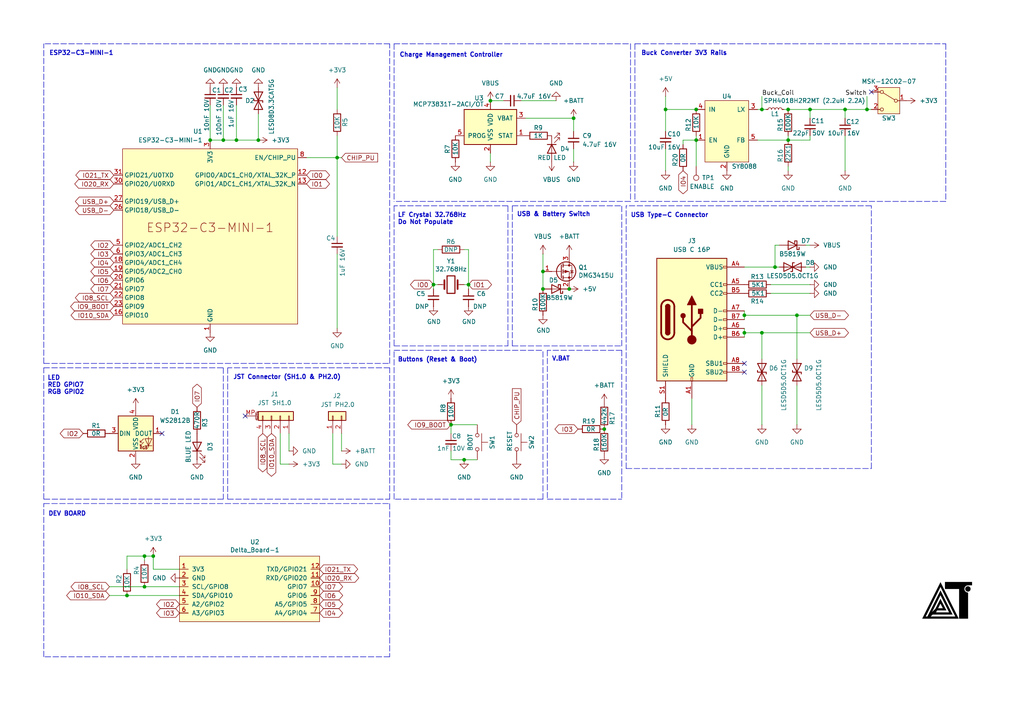
<source format=kicad_sch>
(kicad_sch (version 20231120) (generator "eeschema") (generator_version "8.0")
  (paper "A4")
  (title_block (title "esp-unit-c3-v2") (date "2025-04-25") (rev "2.1"))
  (junction (at 224.79 77.47))
  (junction (at 60.96 40.64))
  (junction (at 193.04 31.75))
  (junction (at 41.91 170.18))
  (junction (at 231.14 91.44))
  (junction (at 74.93 40.64))
  (junction (at 234.95 31.75))
  (junction (at 64.77 40.64))
  (junction (at 41.91 161.29))
  (junction (at 175.26 124.46))
  (junction (at 215.9 91.44))
  (junction (at 44.45 161.29))
  (junction (at 97.79 45.72))
  (junction (at 251.46 31.75))
  (junction (at 134.62 133.35))
  (junction (at 220.98 31.75))
  (junction (at 142.24 29.21))
  (junction (at 166.37 34.29))
  (junction (at 245.11 31.75))
  (junction (at 68.58 40.64))
  (junction (at 220.98 96.52))
  (junction (at 215.9 96.52))
  (junction (at 157.48 83.82))
  (junction (at 228.6 31.75))
  (junction (at 201.93 31.75))
  (junction (at 125.73 82.55))
  (junction (at 130.81 123.19))
  (junction (at 228.6 40.64))
  (junction (at 165.1 83.82))
  (junction (at 135.89 82.55))
  (junction (at 201.93 40.64))
  (junction (at 157.48 78.74))
  (junction (at 36.83 172.72))
  (no_connect (at 215.9 107.95))
  (no_connect (at 252.73 26.67))
  (no_connect (at 46.99 125.73))
  (no_connect (at 215.9 105.41))
  (no_connect (at 71.12 120.65))
  (wire (pts (xy 193.04 38.1) (xy 193.04 31.75)))
  (wire (pts (xy 224.79 77.47) (xy 226.06 77.47)))
  (wire (pts (xy 220.98 31.75) (xy 222.25 31.75)))
  (wire (pts (xy 251.46 27.94) (xy 251.46 31.75)))
  (wire (pts (xy 231.14 91.44) (xy 234.95 91.44)))
  (wire (pts (xy 74.93 40.64) (xy 74.93 33.02)))
  (polyline (pts (xy 12.7 105.41) (xy 12.7 12.7)) (stroke (width 0) (type dash)))
  (wire (pts (xy 99.06 134.62) (xy 96.52 134.62)))
  (wire (pts (xy 228.6 49.53) (xy 228.6 48.26)))
  (wire (pts (xy 234.95 71.12) (xy 233.68 71.12)))
  (wire (pts (xy 31.75 170.18) (xy 41.91 170.18)))
  (wire (pts (xy 234.95 39.37) (xy 234.95 40.64)))
  (wire (pts (xy 146.05 29.21) (xy 142.24 29.21)))
  (wire (pts (xy 231.14 91.44) (xy 215.9 91.44)))
  (wire (pts (xy 234.95 34.29) (xy 234.95 31.75)))
  (polyline (pts (xy 12.7 105.41) (xy 113.03 105.41)) (stroke (width 0) (type dash)))
  (polyline (pts (xy 182.88 58.42) (xy 114.3 58.42)) (stroke (width 0) (type dash)))
  (polyline (pts (xy 157.48 144.78) (xy 114.3 144.78)) (stroke (width 0) (type dash)))
  (polyline (pts (xy 252.73 59.69) (xy 181.61 59.69)) (stroke (width 0) (type dash)))
  (wire (pts (xy 157.48 78.74) (xy 157.48 83.82)))
  (wire (pts (xy 193.04 31.75) (xy 201.93 31.75)))
  (wire (pts (xy 157.48 73.66) (xy 157.48 78.74)))
  (wire (pts (xy 234.95 31.75) (xy 245.11 31.75)))
  (wire (pts (xy 130.81 123.19) (xy 130.81 125.73)))
  (wire (pts (xy 41.91 170.18) (xy 52.07 170.18)))
  (wire (pts (xy 220.98 123.19) (xy 220.98 111.76)))
  (polyline (pts (xy 12.7 146.05) (xy 113.03 146.05)) (stroke (width 0) (type dash)))
  (polyline (pts (xy 147.32 59.69) (xy 114.3 59.69)) (stroke (width 0) (type dash)))
  (wire (pts (xy 215.9 96.52) (xy 220.98 96.52)))
  (wire (pts (xy 220.98 96.52) (xy 220.98 104.14)))
  (wire (pts (xy 228.6 39.37) (xy 228.6 40.64)))
  (wire (pts (xy 81.28 134.62) (xy 81.28 125.73)))
  (wire (pts (xy 193.04 27.94) (xy 193.04 31.75)))
  (wire (pts (xy 97.79 95.25) (xy 97.79 73.66)))
  (wire (pts (xy 83.82 125.73) (xy 83.82 130.81)))
  (polyline (pts (xy 158.75 144.78) (xy 180.34 144.78)) (stroke (width 0) (type dash)))
  (polyline (pts (xy 148.59 100.33) (xy 148.59 59.69)) (stroke (width 0) (type dash)))
  (wire (pts (xy 228.6 40.64) (xy 219.71 40.64)))
  (wire (pts (xy 99.06 130.81) (xy 99.06 125.73)))
  (polyline (pts (xy 12.7 190.5) (xy 12.7 146.05)) (stroke (width 0) (type dash)))
  (wire (pts (xy 166.37 38.1) (xy 166.37 34.29)))
  (wire (pts (xy 97.79 25.4) (xy 97.79 31.75)))
  (wire (pts (xy 215.9 96.52) (xy 215.9 97.79)))
  (polyline (pts (xy 113.03 106.68) (xy 66.04 106.68)) (stroke (width 0) (type dash)))
  (wire (pts (xy 36.83 172.72) (xy 52.07 172.72)))
  (wire (pts (xy 135.89 82.55) (xy 134.62 82.55)))
  (polyline (pts (xy 181.61 135.89) (xy 252.73 135.89)) (stroke (width 0) (type dash)))
  (wire (pts (xy 215.9 77.47) (xy 224.79 77.47)))
  (wire (pts (xy 215.9 90.17) (xy 215.9 91.44)))
  (wire (pts (xy 215.9 95.25) (xy 215.9 96.52)))
  (polyline (pts (xy 148.59 100.33) (xy 180.34 100.33)) (stroke (width 0) (type dash)))
  (wire (pts (xy 166.37 46.99) (xy 166.37 43.18)))
  (polyline (pts (xy 147.32 100.33) (xy 147.32 59.69)) (stroke (width 0) (type dash)))
  (polyline (pts (xy 113.03 190.5) (xy 12.7 190.5)) (stroke (width 0) (type dash)))
  (polyline (pts (xy 113.03 144.78) (xy 113.03 106.68)) (stroke (width 0) (type dash)))
  (polyline (pts (xy 181.61 135.89) (xy 181.61 59.69)) (stroke (width 0) (type dash)))
  (wire (pts (xy 251.46 31.75) (xy 252.73 31.75)))
  (wire (pts (xy 125.73 72.39) (xy 125.73 82.55)))
  (polyline (pts (xy 184.15 12.7) (xy 184.15 58.42)) (stroke (width 0) (type dash)))
  (polyline (pts (xy 114.3 100.33) (xy 147.32 100.33)) (stroke (width 0) (type dash)))
  (wire (pts (xy 198.12 40.64) (xy 201.93 40.64)))
  (polyline (pts (xy 113.03 105.41) (xy 113.03 12.7)) (stroke (width 0) (type dash)))
  (wire (pts (xy 231.14 111.76) (xy 231.14 123.19)))
  (polyline (pts (xy 274.32 58.42) (xy 184.15 58.42)) (stroke (width 0) (type dash)))
  (wire (pts (xy 245.11 49.53) (xy 245.11 39.37)))
  (wire (pts (xy 130.81 123.19) (xy 138.43 123.19)))
  (wire (pts (xy 198.12 41.91) (xy 198.12 40.64)))
  (wire (pts (xy 127 72.39) (xy 125.73 72.39)))
  (wire (pts (xy 88.9 45.72) (xy 97.79 45.72)))
  (wire (pts (xy 201.93 39.37) (xy 201.93 40.64)))
  (wire (pts (xy 220.98 27.94) (xy 220.98 31.75)))
  (wire (pts (xy 97.79 39.37) (xy 97.79 45.72)))
  (wire (pts (xy 31.75 172.72) (xy 36.83 172.72)))
  (polyline (pts (xy 157.48 144.78) (xy 157.48 101.6)) (stroke (width 0) (type dash)))
  (polyline (pts (xy 66.04 106.68) (xy 66.04 144.78)) (stroke (width 0) (type dash)))
  (wire (pts (xy 220.98 96.52) (xy 234.95 96.52)))
  (wire (pts (xy 44.45 165.1) (xy 44.45 161.29)))
  (wire (pts (xy 83.82 134.62) (xy 81.28 134.62)))
  (wire (pts (xy 245.11 31.75) (xy 251.46 31.75)))
  (wire (pts (xy 234.95 82.55) (xy 223.52 82.55)))
  (wire (pts (xy 245.11 31.75) (xy 245.11 34.29)))
  (polyline (pts (xy 113.03 146.05) (xy 113.03 190.5)) (stroke (width 0) (type dash)))
  (wire (pts (xy 134.62 72.39) (xy 135.89 72.39)))
  (wire (pts (xy 228.6 31.75) (xy 227.33 31.75)))
  (polyline (pts (xy 12.7 144.78) (xy 12.7 106.68)) (stroke (width 0) (type dash)))
  (polyline (pts (xy 114.3 12.7) (xy 114.3 58.42)) (stroke (width 0) (type dash)))
  (polyline (pts (xy 114.3 144.78) (xy 114.3 101.6)) (stroke (width 0) (type dash)))
  (polyline (pts (xy 180.34 101.6) (xy 158.75 101.6)) (stroke (width 0) (type dash)))
  (wire (pts (xy 231.14 104.14) (xy 231.14 91.44)))
  (wire (pts (xy 142.24 46.99) (xy 142.24 44.45)))
  (polyline (pts (xy 158.75 101.6) (xy 158.75 144.78)) (stroke (width 0) (type dash)))
  (wire (pts (xy 234.95 85.09) (xy 223.52 85.09)))
  (polyline (pts (xy 180.34 101.6) (xy 180.34 144.78)) (stroke (width 0) (type dash)))
  (wire (pts (xy 234.95 77.47) (xy 233.68 77.47)))
  (polyline (pts (xy 180.34 100.33) (xy 180.34 59.69)) (stroke (width 0) (type dash)))
  (wire (pts (xy 193.04 49.53) (xy 193.04 43.18)))
  (wire (pts (xy 44.45 165.1) (xy 52.07 165.1)))
  (wire (pts (xy 224.79 71.12) (xy 224.79 77.47)))
  (polyline (pts (xy 184.15 12.7) (xy 274.32 12.7)) (stroke (width 0) (type dash)))
  (wire (pts (xy 41.91 162.56) (xy 41.91 161.29)))
  (wire (pts (xy 125.73 82.55) (xy 127 82.55)))
  (polyline (pts (xy 274.32 12.7) (xy 274.32 58.42)) (stroke (width 0) (type dash)))
  (wire (pts (xy 161.29 29.21) (xy 151.13 29.21)))
  (wire (pts (xy 36.83 165.1) (xy 36.83 161.29)))
  (wire (pts (xy 60.96 40.64) (xy 64.77 40.64)))
  (wire (pts (xy 64.77 40.64) (xy 68.58 40.64)))
  (wire (pts (xy 201.93 48.26) (xy 201.93 40.64)))
  (wire (pts (xy 125.73 83.82) (xy 125.73 82.55)))
  (polyline (pts (xy 148.59 59.69) (xy 180.34 59.69)) (stroke (width 0) (type dash)))
  (polyline (pts (xy 66.04 144.78) (xy 113.03 144.78)) (stroke (width 0) (type dash)))
  (wire (pts (xy 234.95 40.64) (xy 228.6 40.64)))
  (polyline (pts (xy 252.73 135.89) (xy 252.73 59.69)) (stroke (width 0) (type dash)))
  (wire (pts (xy 224.79 71.12) (xy 226.06 71.12)))
  (wire (pts (xy 234.95 31.75) (xy 228.6 31.75)))
  (wire (pts (xy 138.43 133.35) (xy 134.62 133.35)))
  (wire (pts (xy 68.58 40.64) (xy 74.93 40.64)))
  (wire (pts (xy 135.89 72.39) (xy 135.89 82.55)))
  (wire (pts (xy 36.83 161.29) (xy 41.91 161.29)))
  (wire (pts (xy 60.96 30.48) (xy 60.96 40.64)))
  (polyline (pts (xy 113.03 12.7) (xy 12.7 12.7)) (stroke (width 0) (type dash)))
  (wire (pts (xy 135.89 83.82) (xy 135.89 82.55)))
  (polyline (pts (xy 64.77 144.78) (xy 12.7 144.78)) (stroke (width 0) (type dash)))
  (polyline (pts (xy 114.3 59.69) (xy 114.3 100.33)) (stroke (width 0) (type dash)))
  (polyline (pts (xy 182.88 12.7) (xy 182.88 58.42)) (stroke (width 0) (type dash)))
  (wire (pts (xy 219.71 31.75) (xy 220.98 31.75)))
  (wire (pts (xy 97.79 68.58) (xy 97.79 45.72)))
  (wire (pts (xy 215.9 91.44) (xy 215.9 92.71)))
  (wire (pts (xy 130.81 133.35) (xy 130.81 130.81)))
  (wire (pts (xy 64.77 30.48) (xy 64.77 40.64)))
  (wire (pts (xy 200.66 123.19) (xy 200.66 115.57)))
  (polyline (pts (xy 114.3 101.6) (xy 157.48 101.6)) (stroke (width 0) (type dash)))
  (wire (pts (xy 134.62 133.35) (xy 130.81 133.35)))
  (polyline (pts (xy 114.3 12.7) (xy 182.88 12.7)) (stroke (width 0) (type dash)))
  (wire (pts (xy 97.79 45.72) (xy 99.06 45.72)))
  (polyline (pts (xy 64.77 106.68) (xy 64.77 144.78)) (stroke (width 0) (type dash)))
  (wire (pts (xy 68.58 30.48) (xy 68.58 40.64)))
  (wire (pts (xy 41.91 161.29) (xy 44.45 161.29)))
  (wire (pts (xy 96.52 134.62) (xy 96.52 125.73)))
  (wire (pts (xy 166.37 34.29) (xy 152.4 34.29)))
  (polyline (pts (xy 12.7 106.68) (xy 64.77 106.68)) (stroke (width 0) (type dash)))
  (image (at 274.32 173.99) (scale 0.359998))
  (text "LED\nRED GPIO7\nRGB GPIO2" (at 13.716 114.554 0) (effects (font (size 1.27 1.27) (thickness 0.254) (bold yes)) (justify left bottom)))
  (text "LF Crystal 32.768Hz \nDo Not Populate" (at 115.316 65.278 0) (effects (font (size 1.27 1.27) (thickness 0.254) (bold yes)) (justify left bottom)))
  (text "JST Connector (SH1.0 & PH2.0)\n" (at 67.564 110.236 0) (effects (font (size 1.27 1.27) (thickness 0.254) (bold yes)) (justify left bottom)))
  (text "Charge Management Controller" (at 115.824 16.764 0) (effects (font (size 1.27 1.27) (thickness 0.254) (bold yes)) (justify left bottom)))
  (text "DEV BOARD" (at 13.97 149.86 0) (effects (font (size 1.27 1.27) (thickness 0.254) (bold yes)) (justify left bottom)))
  (text "Buck Converter 3V3 Rails" (at 185.928 16.256 0) (effects (font (size 1.27 1.27) (thickness 0.254) (bold yes)) (justify left bottom)))
  (text "USB & Battery Switch" (at 149.86 62.992 0) (effects (font (size 1.27 1.27) (thickness 0.254) (bold yes)) (justify left bottom)))
  (text "Buttons (Reset & Boot)" (at 115.316 105.156 0) (effects (font (size 1.27 1.27) (thickness 0.254) (bold yes)) (justify left bottom)))
  (text "V.BAT" (at 160.02 104.902 0) (effects (font (size 1.27 1.27) (thickness 0.254) (bold yes)) (justify left bottom)))
  (text "USB Type-C Connector" (at 182.88 63.246 0) (effects (font (size 1.27 1.27) (thickness 0.254) (bold yes)) (justify left bottom)))
  (text "ESP32-C3-MINI-1\n" (at 14.224 16.256 0) (effects (font (size 1.27 1.27) (thickness 0.254) (bold yes)) (justify left bottom)))
  (label "Buck_Coil" (at 220.98 27.94 0))
  (label "Switch" (at 251.46 27.94 180))
  (global_label "IO4" (shape bidirectional) (at 198.12 49.53 270) (property "Intersheetrefs" "${INTERSHEET_REFS}" (effects (hide yes))))
  (global_label "IO7" (shape bidirectional) (at 92.71 170.18 0) (property "Intersheetrefs" "${INTERSHEET_REFS}" (effects (hide yes))))
  (global_label "USB_D+" (shape bidirectional) (at 234.95 96.52 0) (property "Intersheetrefs" "${INTERSHEET_REFS}" (effects (hide yes))))
  (global_label "CHIP_PU" (shape input) (at 99.06 45.72 0) (property "Intersheetrefs" "${INTERSHEET_REFS}" (effects (hide yes))))
  (global_label "IO5" (shape bidirectional) (at 92.71 175.26 0) (property "Intersheetrefs" "${INTERSHEET_REFS}" (effects (hide yes))))
  (global_label "IO10_SDA" (shape bidirectional) (at 31.75 172.72 180) (property "Intersheetrefs" "${INTERSHEET_REFS}" (effects (hide yes))))
  (global_label "IO10_SDA" (shape bidirectional) (at 33.02 91.44 180) (property "Intersheetrefs" "${INTERSHEET_REFS}" (effects (hide yes))))
  (global_label "IO8_SCL" (shape bidirectional) (at 76.2 125.73 270) (property "Intersheetrefs" "${INTERSHEET_REFS}" (effects (hide yes))))
  (global_label "IO21_TX" (shape bidirectional) (at 33.02 50.8 180) (property "Intersheetrefs" "${INTERSHEET_REFS}" (effects (hide yes))))
  (global_label "IO3" (shape bidirectional) (at 33.02 73.66 180) (property "Intersheetrefs" "${INTERSHEET_REFS}" (effects (hide yes))))
  (global_label "IO20_RX" (shape bidirectional) (at 92.71 167.64 0) (property "Intersheetrefs" "${INTERSHEET_REFS}" (effects (hide yes))))
  (global_label "IO2" (shape bidirectional) (at 33.02 71.12 180) (property "Intersheetrefs" "${INTERSHEET_REFS}" (effects (hide yes))))
  (global_label "IO3" (shape bidirectional) (at 52.07 177.8 180) (property "Intersheetrefs" "${INTERSHEET_REFS}" (effects (hide yes))))
  (global_label "IO9_BOOT" (shape bidirectional) (at 33.02 88.9 180) (property "Intersheetrefs" "${INTERSHEET_REFS}" (effects (hide yes))))
  (global_label "CHIP_PU" (shape input) (at 149.86 123.19 90) (property "Intersheetrefs" "${INTERSHEET_REFS}" (effects (hide yes))))
  (global_label "IO0" (shape bidirectional) (at 125.73 82.55 180) (property "Intersheetrefs" "${INTERSHEET_REFS}" (effects (hide yes))))
  (global_label "USB_D-" (shape bidirectional) (at 234.95 91.44 0) (property "Intersheetrefs" "${INTERSHEET_REFS}" (effects (hide yes))))
  (global_label "IO3" (shape bidirectional) (at 167.64 124.46 180) (property "Intersheetrefs" "${INTERSHEET_REFS}" (effects (hide yes))))
  (global_label "IO10_SDA" (shape bidirectional) (at 78.74 125.73 270) (property "Intersheetrefs" "${INTERSHEET_REFS}" (effects (hide yes))))
  (global_label "IO4" (shape bidirectional) (at 92.71 177.8 0) (property "Intersheetrefs" "${INTERSHEET_REFS}" (effects (hide yes))))
  (global_label "IO1" (shape bidirectional) (at 135.89 82.55 0) (property "Intersheetrefs" "${INTERSHEET_REFS}" (effects (hide yes))))
  (global_label "IO9_BOOT" (shape bidirectional) (at 130.81 123.19 180) (property "Intersheetrefs" "${INTERSHEET_REFS}" (effects (hide yes))))
  (global_label "IO7" (shape bidirectional) (at 33.02 83.82 180) (property "Intersheetrefs" "${INTERSHEET_REFS}" (effects (hide yes))))
  (global_label "IO8_SCL" (shape bidirectional) (at 33.02 86.36 180) (property "Intersheetrefs" "${INTERSHEET_REFS}" (effects (hide yes))))
  (global_label "USB_D-" (shape bidirectional) (at 33.02 60.96 180) (property "Intersheetrefs" "${INTERSHEET_REFS}" (effects (hide yes))))
  (global_label "IO5" (shape bidirectional) (at 33.02 78.74 180) (property "Intersheetrefs" "${INTERSHEET_REFS}" (effects (hide yes))))
  (global_label "IO8_SCL" (shape bidirectional) (at 31.75 170.18 180) (property "Intersheetrefs" "${INTERSHEET_REFS}" (effects (hide yes))))
  (global_label "IO4" (shape bidirectional) (at 33.02 76.2 180) (property "Intersheetrefs" "${INTERSHEET_REFS}" (effects (hide yes))))
  (global_label "IO21_TX" (shape bidirectional) (at 92.71 165.1 0) (property "Intersheetrefs" "${INTERSHEET_REFS}" (effects (hide yes))))
  (global_label "USB_D+" (shape bidirectional) (at 33.02 58.42 180) (property "Intersheetrefs" "${INTERSHEET_REFS}" (effects (hide yes))))
  (global_label "IO7" (shape bidirectional) (at 57.15 118.11 90) (property "Intersheetrefs" "${INTERSHEET_REFS}" (effects (hide yes))))
  (global_label "IO6" (shape bidirectional) (at 92.71 172.72 0) (property "Intersheetrefs" "${INTERSHEET_REFS}" (effects (hide yes))))
  (global_label "IO1" (shape bidirectional) (at 88.9 53.34 0) (property "Intersheetrefs" "${INTERSHEET_REFS}" (effects (hide yes))))
  (global_label "IO20_RX" (shape bidirectional) (at 33.02 53.34 180) (property "Intersheetrefs" "${INTERSHEET_REFS}" (effects (hide yes))))
  (global_label "IO6" (shape bidirectional) (at 33.02 81.28 180) (property "Intersheetrefs" "${INTERSHEET_REFS}" (effects (hide yes))))
  (global_label "IO2" (shape bidirectional) (at 52.07 175.26 180) (property "Intersheetrefs" "${INTERSHEET_REFS}" (effects (hide yes))))
  (global_label "IO2" (shape bidirectional) (at 24.13 125.73 180) (property "Intersheetrefs" "${INTERSHEET_REFS}" (effects (hide yes))))
  (global_label "IO0" (shape bidirectional) (at 88.9 50.8 0) (property "Intersheetrefs" "${INTERSHEET_REFS}" (effects (hide yes))))
  (symbol (lib_id "power:GND") (at 234.95 85.09 90) (unit 1)
    (property "Reference" "#PWR045" (effects (hide yes)))
    (property "Value" "GND" (at 238.76 85.0899 90) (effects (justify right)))
    (property "Description" "Power symbol creates a global label with name \"GND\" , ground" (effects (hide yes)))
  )
  (symbol (lib_id "Device:C_Small") (at 135.89 86.36 0) (unit 1) (in_bom no)
    (property "Reference" "C6" (at 138.2268 85.1916 0) (effects (justify left)))
    (property "Value" "DNP" (at 137.16 88.9 0) (effects (justify left)))
    (property "Footprint" "Capacitor_SMD:C_0402_1005Metric" (effects (hide yes)))
  )
  (symbol (lib_id "power:+3V3") (at 83.82 134.62 270) (unit 1)
    (property "Reference" "#PWR015" (effects (hide yes)))
    (property "Value" "+3V3" (at 87.63 134.6199 90) (effects (justify left)))
    (property "Description" "Power symbol creates a global label with name \"+3V3\"" (effects (hide yes)))
  )
  (symbol (lib_id "power:GND") (at 228.6 49.53 0) (unit 1)
    (property "Reference" "#PWR040" (effects (hide yes)))
    (property "Value" "GND" (at 228.6 54.61 0))
    (property "Description" "Power symbol creates a global label with name \"GND\" , ground" (effects (hide yes)))
  )
  (symbol (lib_id "Device:C_Small") (at 148.59 29.21 270) (unit 1)
    (property "Reference" "C7" (at 143.51 27.94 90) (effects (justify left)))
    (property "Value" "4.7uF 16V" (at 149.86 27.94 90) (effects (justify left)))
    (property "Footprint" "Capacitor_SMD:C_0603_1608Metric" (effects (hide yes)))
    (property "LCSC" "C19666" (effects (hide yes)))
  )
  (symbol (lib_id "Device:R") (at 171.45 124.46 90) (unit 1)
    (property "Reference" "R19" (at 172.72 122.174 90) (effects (justify left)))
    (property "Value" "0R" (at 172.72 124.46 90) (effects (justify left)))
    (property "Footprint" "Resistor_SMD:R_0402_1005Metric" (effects (hide yes)))
    (property "Description" "Resistor" (effects (hide yes)))
    (property "LCSC" "C17168" (effects (hide yes)))
  )
  (symbol (lib_id "power:VBUS") (at 160.02 46.99 180) (unit 1)
    (property "Reference" "#PWR027" (effects (hide yes)))
    (property "Value" "VBUS" (at 160.02 52.07 0))
    (property "Description" "Power symbol creates a global label with name \"VBUS\"" (effects (hide yes)))
  )
  (symbol (lib_id "Connector_Generic:Conn_01x02") (at 96.52 120.65 90) (unit 1)
    (property "Reference" "J2" (at 96.52 114.808 90) (effects (justify right)))
    (property "Value" "JST PH2.0" (at 92.964 117.348 90) (effects (justify right)))
    (property "Footprint" "Connector_JST:JST_PH_S2B-PH-K_1x02_P2.00mm_Horizontal" (effects (hide yes)))
    (property "Description" "Generic connector, single row, 01x02, script generated (kicad-library-utils/schlib/autogen/connector/)" (effects (hide yes)))
  )
  (symbol (lib_id "Device:R") (at 175.26 120.65 0) (mirror x) (unit 1)
    (property "Reference" "R17" (at 177.546 119.38 90) (effects (justify left)))
    (property "Value" "442K" (at 175.26 118.11 90) (effects (justify left)))
    (property "Footprint" "Resistor_SMD:R_0805_2012Metric" (effects (hide yes)))
    (property "Description" "Resistor" (effects (hide yes)))
  )
  (symbol (lib_id "Device:R") (at 228.6 44.45 180) (unit 1)
    (property "Reference" "R16" (at 226.314 43.18 90) (effects (justify left)))
    (property "Value" "22K1" (at 228.6 41.91 90) (effects (justify left)))
    (property "Footprint" "Resistor_SMD:R_0402_1005Metric" (effects (hide yes)))
    (property "Description" "Resistor" (effects (hide yes)))
    (property "LCSC" "C43473" (effects (hide yes)))
  )
  (symbol (lib_id "power:+3V3") (at 130.81 115.57 0) (unit 1)
    (property "Reference" "#PWR023" (effects (hide yes)))
    (property "Value" "+3V3" (at 130.81 110.49 0))
    (property "Description" "Power symbol creates a global label with name \"+3V3\"" (effects (hide yes)))
  )
  (symbol (lib_id "Device:D_TVS") (at 229.87 77.47 0) (unit 1)
    (property "Reference" "D8" (at 234.95 76.2 0))
    (property "Value" "LESD5D5.0CT1G" (at 229.87 80.01 0))
    (property "Footprint" "Diode_SMD:D_SOD-523" (effects (hide yes)))
    (property "LCSC" "C383211" (effects (hide yes)))
  )
  (symbol (lib_id "Device:D_TVS") (at 220.98 107.95 270) (unit 1)
    (property "Reference" "D6" (at 223.012 106.7816 90) (effects (justify left)))
    (property "Value" "LESD5D5.0CT1G" (at 227.33 104.14 0) (effects (justify left)))
    (property "Footprint" "Diode_SMD:D_SOD-523" (effects (hide yes)))
    (property "LCSC" "C383211" (effects (hide yes)))
  )
  (symbol (lib_id "Switch:SW_Push") (at 149.86 128.27 270) (unit 1)
    (property "Reference" "SW2" (at 154.178 126.238 0) (effects (justify left)))
    (property "Value" "RESET" (at 147.828 124.968 0) (effects (justify left)))
    (property "Footprint" "Button_Switch_SMD:SW_Push_SPST_NO_Alps_SKRK" (effects (hide yes)))
    (property "Description" "Push button switch, generic, two pins" (effects (hide yes)))
  )
  (symbol (lib_id "power:GND") (at 234.95 82.55 90) (unit 1)
    (property "Reference" "#PWR044" (effects (hide yes)))
    (property "Value" "GND" (at 238.76 82.5499 90) (effects (justify right)))
    (property "Description" "Power symbol creates a global label with name \"GND\" , ground" (effects (hide yes)))
  )
  (symbol (lib_id "Connector:TestPoint") (at 201.93 48.26 0) (mirror x) (unit 1)
    (property "Reference" "TP1" (at 207.264 51.562 0) (effects (justify right)))
    (property "Value" "ENABLE" (at 207.264 54.102 0) (effects (justify right)))
    (property "Footprint" "TestPoint:TestPoint_Pad_D1.0mm" (effects (hide yes)))
    (property "Description" "test point" (effects (hide yes)))
  )
  (symbol (lib_id "power:GND") (at 60.96 25.4 180) (unit 1)
    (property "Reference" "#PWR01" (effects (hide yes)))
    (property "Value" "GND" (at 60.96 20.32 0))
    (property "Description" "Power symbol creates a global label with name \"GND\" , ground" (effects (hide yes)))
  )
  (symbol (lib_id "Connector_Generic_MountingPin:Conn_01x04_MountingPin") (at 81.28 120.65 270) (mirror x) (unit 1)
    (property "Reference" "J1" (at 79.6544 114.3 90))
    (property "Value" "JST SH1.0" (at 79.6544 116.84 90))
    (property "Footprint" "Connector_JST:JST_SH_SM04B-SRSS-TB_1x04-1MP_P1.00mm_Horizontal" (effects (hide yes)))
    (property "Description" "Generic connectable mounting pin connector, single row, 01x04, script generated (kicad-library-utils/schlib/autogen/connector/)" (effects (hide yes)))
  )
  (symbol (lib_id "Device:D_TVS") (at 231.14 107.95 270) (unit 1)
    (property "Reference" "D9" (at 233.172 106.7816 90) (effects (justify left)))
    (property "Value" "LESD5D5.0CT1G" (at 237.49 104.14 0) (effects (justify left)))
    (property "Footprint" "Diode_SMD:D_SOD-523" (effects (hide yes)))
    (property "LCSC" "C383211" (effects (hide yes)))
  )
  (symbol (lib_id "power:+3V3") (at 39.37 118.11 0) (unit 1)
    (property "Reference" "#PWR03" (effects (hide yes)))
    (property "Value" "+3V3" (at 39.37 113.03 0))
    (property "Description" "Power symbol creates a global label with name \"+3V3\"" (effects (hide yes)))
  )
  (symbol (lib_id "power:+3V3") (at 97.79 25.4 0) (unit 1)
    (property "Reference" "#PWR012" (effects (hide yes)))
    (property "Value" "+3V3" (at 97.79 20.32 0))
    (property "Description" "Power symbol creates a global label with name \"+3V3\"" (effects (hide yes)))
  )
  (symbol (lib_id "Device:R") (at 228.6 35.56 180) (unit 1)
    (property "Reference" "R15" (at 226.314 34.29 90) (effects (justify left)))
    (property "Value" "100K" (at 228.6 33.02 90) (effects (justify left)))
    (property "Footprint" "Resistor_SMD:R_0402_1005Metric" (effects (hide yes)))
    (property "Description" "Resistor" (effects (hide yes)))
    (property "LCSC" "C25741" (effects (hide yes)))
  )
  (symbol (lib_id "power:GND") (at 60.96 96.52 0) (unit 1)
    (property "Reference" "#PWR02" (effects (hide yes)))
    (property "Value" "GND" (at 60.96 101.6 0))
    (property "Description" "Power symbol creates a global label with name \"GND\" , ground" (effects (hide yes)))
  )
  (symbol (lib_id "power:GND") (at 135.89 88.9 0) (unit 1)
    (property "Reference" "#PWR020" (effects (hide yes)))
    (property "Value" "GND" (at 136.017 93.2942 0))
  )
  (symbol (lib_id "Device:C_Small") (at 193.04 40.64 0) (unit 1)
    (property "Reference" "C10" (at 193.548 38.862 0) (effects (justify left)))
    (property "Value" "10uF 16V" (at 187.96 42.672 0) (effects (justify left)))
    (property "Footprint" "Capacitor_SMD:C_0805_2012Metric" (effects (hide yes)))
    (property "LCSC" "C15850" (effects (hide yes)))
  )
  (symbol (lib_id "PCM_Espressif:ESP32-C3-MINI-1") (at 60.96 68.58 0) (mirror y) (unit 1)
    (property "Reference" "U1" (at 58.7659 38.1 0) (effects (justify left)))
    (property "Value" "ESP32-C3-MINI-1" (at 58.7659 40.64 0) (effects (justify left)))
    (property "Footprint" "PCM_Espressif:ESP32-C3-MINI-1" (effects (hide yes)))
    (property "Datasheet" "https://www.espressif.com/sites/default/files/documentation/esp32-c3-mini-1_datasheet_en.pdf" (effects (hide yes)))
    (property "Description" "ESP32-C3-MINI-1 family is an ultra-low-power MCU-based SoC solution that supports 2.4 GHz Wi-Fi and Bluetooth®Low Energy (Bluetooth LE)." (effects (hide yes)))
  )
  (symbol (lib_id "power:+3V3") (at 262.89 29.21 270) (unit 1)
    (property "Reference" "#PWR047" (effects (hide yes)))
    (property "Value" "+3V3" (at 266.7 29.2099 90) (effects (justify left)))
    (property "Description" "Power symbol creates a global label with name \"+3V3\"" (effects (hide yes)))
  )
  (symbol (lib_id "power:VBUS") (at 157.48 73.66 0) (unit 1)
    (property "Reference" "#PWR024" (effects (hide yes)))
    (property "Value" "VBUS" (at 157.48 68.58 0))
    (property "Description" "Power symbol creates a global label with name \"VBUS\"" (effects (hide yes)))
  )
  (symbol (lib_id "Device:C_Small") (at 97.79 71.12 0) (mirror y) (unit 1)
    (property "Reference" "C4" (at 97.282 69.088 0) (effects (justify left)))
    (property "Value" "1uF 16V" (at 99.314 80.264 90) (effects (justify left)))
    (property "Footprint" "Capacitor_SMD:C_0402_1005Metric" (effects (hide yes)))
    (property "LCSC" "C52923" (effects (hide yes)))
  )
  (symbol (lib_id "power:GND") (at 97.79 95.25 0) (unit 1)
    (property "Reference" "#PWR013" (effects (hide yes)))
    (property "Value" "GND" (at 97.79 100.33 0))
    (property "Description" "Power symbol creates a global label with name \"GND\" , ground" (effects (hide yes)))
  )
  (symbol (lib_id "Device:R") (at 130.81 119.38 180) (unit 1)
    (property "Reference" "R8" (at 128.524 117.094 90) (effects (justify left)))
    (property "Value" "10K" (at 130.81 117.348 90) (effects (justify left)))
    (property "Footprint" "Resistor_SMD:R_0402_1005Metric" (effects (hide yes)))
    (property "Description" "Resistor" (effects (hide yes)))
    (property "LCSC" "C25744" (effects (hide yes)))
  )
  (symbol (lib_id "power:GND") (at 157.48 91.44 0) (unit 1)
    (property "Reference" "#PWR025" (effects (hide yes)))
    (property "Value" "GND" (at 157.607 95.8342 0))
  )
  (symbol (lib_id "Device:D_TVS") (at 74.93 29.21 270) (unit 1)
    (property "Reference" "D2" (at 71.12 29.21 90) (effects (justify left)))
    (property "Value" "LESD8D3.3CAT5G" (at 78.74 22.86 0) (effects (justify left)))
    (property "Footprint" "Diode_SMD:D_SOD-882" (effects (hide yes)))
    (property "LCSC" "C172409" (effects (hide yes)))
  )
  (symbol (lib_id "Device:C_Small") (at 130.81 128.27 0) (unit 1) (in_bom no)
    (property "Reference" "C8" (at 131.064 126.492 0) (effects (justify left)))
    (property "Value" "1nF 10V" (at 126.746 130.048 0) (effects (justify left)))
    (property "Footprint" "Capacitor_SMD:C_0402_1005Metric" (effects (hide yes)))
    (property "LCSC" "C1523" (effects (hide yes)))
  )
  (symbol (lib_id "power:GND") (at 99.06 134.62 90) (unit 1)
    (property "Reference" "#PWR017" (effects (hide yes)))
    (property "Value" "GND" (at 102.87 134.6199 90) (effects (justify right)))
    (property "Description" "Power symbol creates a global label with name \"GND\" , ground" (effects (hide yes)))
  )
  (symbol (lib_id "Device:R") (at 156.21 39.37 90) (unit 1)
    (property "Reference" "R9" (at 157.48 37.084 90) (effects (justify left)))
    (property "Value" "1K" (at 157.48 39.37 90) (effects (justify left)))
    (property "Footprint" "Resistor_SMD:R_0402_1005Metric" (effects (hide yes)))
    (property "Description" "Resistor" (effects (hide yes)))
    (property "LCSC" "C11702" (effects (hide yes)))
  )
  (symbol (lib_id "Switch:SW_SPDT_312") (at 257.81 29.21 0) (mirror y) (unit 1)
    (property "Reference" "SW3" (at 257.81 34.29 0))
    (property "Value" "MSK-12C02-07" (at 257.81 23.622 0))
    (property "Footprint" "Button_Switch_SMD:SW_SPDT_PCM12" (effects (hide yes)))
    (property "Description" "Switch, single pole double throw" (effects (hide yes)))
  )
  (symbol (lib_id "power:GND") (at 220.98 123.19 0) (unit 1)
    (property "Reference" "#PWR039" (effects (hide yes)))
    (property "Value" "GND" (at 220.98 128.27 0))
    (property "Description" "Power symbol creates a global label with name \"GND\" , ground" (effects (hide yes)))
  )
  (symbol (lib_id "power:+BATT") (at 166.37 34.29 0) (unit 1)
    (property "Reference" "#PWR031" (effects (hide yes)))
    (property "Value" "+BATT" (at 166.37 29.21 0))
    (property "Description" "Power symbol creates a global label with name \"+BATT\"" (effects (hide yes)))
  )
  (symbol (lib_id "Device:R") (at 201.93 35.56 180) (unit 1)
    (property "Reference" "R12" (at 199.644 34.29 90) (effects (justify left)))
    (property "Value" "10K" (at 201.93 33.528 90) (effects (justify left)))
    (property "Footprint" "Resistor_SMD:R_0402_1005Metric" (effects (hide yes)))
    (property "Description" "Resistor" (effects (hide yes)))
    (property "LCSC" "C25744" (effects (hide yes)))
  )
  (symbol (lib_id "Connector:USB_C_Receptacle_USB2.0_16P") (at 200.66 92.71 0) (unit 1)
    (property "Reference" "J3" (at 200.66 69.85 0))
    (property "Value" "USB C 16P" (at 200.66 72.39 0))
    (property "Footprint" "Connector_USB:USB_C_Receptacle_GCT_USB4105-xx-A_16P_TopMnt_Horizontal" (effects (hide yes)))
    (property "Datasheet" "https://www.usb.org/sites/default/files/documents/usb_type-c.zip" (effects (hide yes)))
    (property "Description" "USB 2.0-only 16P Type-C Receptacle connector" (effects (hide yes)))
  )
  (symbol (lib_id "Device:C_Small") (at 234.95 36.83 0) (unit 1)
    (property "Reference" "C11" (at 235.204 35.052 0) (effects (justify left)))
    (property "Value" "22pF 50V" (at 229.87 38.608 0) (effects (justify left)))
    (property "Footprint" "Capacitor_SMD:C_0603_1608Metric" (effects (hide yes)))
    (property "LCSC" "C1653" (effects (hide yes)))
  )
  (symbol (lib_id "Rust_Board:SY8088") (at 210.82 38.1 0) (unit 1)
    (property "Reference" "U4" (at 210.82 27.94 0))
    (property "Value" "SY8088" (at 215.9 48.26 0))
    (property "Footprint" "Package_TO_SOT_SMD:SOT-23-5" (effects (hide yes)))
    (property "LCSC" "C479072" (effects (hide yes)))
  )
  (symbol (lib_id "power:GND") (at 175.26 132.08 0) (unit 1)
    (property "Reference" "#PWR048" (effects (hide yes)))
    (property "Value" "GND" (at 175.26 137.16 0))
    (property "Description" "Power symbol creates a global label with name \"GND\" , ground" (effects (hide yes)))
  )
  (symbol (lib_id "power:+3V3") (at 44.45 161.29 0) (unit 1)
    (property "Reference" "#PWR010" (effects (hide yes)))
    (property "Value" "+3V3" (at 44.45 156.21 0))
    (property "Description" "Power symbol creates a global label with name \"+3V3\"" (effects (hide yes)))
  )
  (symbol (lib_id "power:GND") (at 125.73 88.9 0) (unit 1)
    (property "Reference" "#PWR018" (effects (hide yes)))
    (property "Value" "GND" (at 125.857 93.2942 0))
  )
  (symbol (lib_id "power:GND") (at 64.77 25.4 180) (unit 1)
    (property "Reference" "#PWR05" (effects (hide yes)))
    (property "Value" "GND" (at 64.77 20.32 0))
    (property "Description" "Power symbol creates a global label with name \"GND\" , ground" (effects (hide yes)))
  )
  (symbol (lib_id "Device:R") (at 27.94 125.73 90) (unit 1)
    (property "Reference" "R1" (at 29.21 123.444 90) (effects (justify left)))
    (property "Value" "0R" (at 29.21 125.73 90) (effects (justify left)))
    (property "Footprint" "Resistor_SMD:R_0402_1005Metric" (effects (hide yes)))
    (property "Description" "Resistor" (effects (hide yes)))
    (property "LCSC" "C17168" (effects (hide yes)))
  )
  (symbol (lib_id "power:GND") (at 200.66 123.19 0) (unit 1)
    (property "Reference" "#PWR037" (effects (hide yes)))
    (property "Value" "GND" (at 200.66 128.27 0))
    (property "Description" "Power symbol creates a global label with name \"GND\" , ground" (effects (hide yes)))
  )
  (symbol (lib_id "Device:R") (at 219.71 85.09 270) (mirror x) (unit 1)
    (property "Reference" "R14" (at 217.678 87.376 90) (effects (justify left)))
    (property "Value" "5K1" (at 217.932 85.09 90) (effects (justify left)))
    (property "Footprint" "Resistor_SMD:R_0402_1005Metric" (effects (hide yes)))
    (property "Description" "Resistor" (effects (hide yes)))
    (property "LCSC" "C25905" (effects (hide yes)))
  )
  (symbol (lib_id "power:+BATT") (at 175.26 116.84 0) (unit 1)
    (property "Reference" "#PWR049" (effects (hide yes)))
    (property "Value" "+BATT" (at 175.26 111.76 0))
    (property "Description" "Power symbol creates a global label with name \"+BATT\"" (effects (hide yes)))
  )
  (symbol (lib_id "power:GND") (at 142.24 46.99 0) (unit 1)
    (property "Reference" "#PWR022" (effects (hide yes)))
    (property "Value" "GND" (at 142.24 52.07 0))
    (property "Description" "Power symbol creates a global label with name \"GND\" , ground" (effects (hide yes)))
  )
  (symbol (lib_id "Device:C_Small") (at 245.11 36.83 0) (unit 1)
    (property "Reference" "C12" (at 245.364 35.306 0) (effects (justify left)))
    (property "Value" "10uF 16V" (at 240.03 38.608 0) (effects (justify left)))
    (property "Footprint" "Capacitor_SMD:C_0805_2012Metric" (effects (hide yes)))
    (property "LCSC" "C15850" (effects (hide yes)))
  )
  (symbol (lib_id "Device:Crystal") (at 130.81 82.55 0) (unit 1) (in_bom no)
    (property "Reference" "Y1" (at 130.81 75.7428 0))
    (property "Value" "32.768Hz" (at 130.81 78.0542 0))
    (property "Footprint" "Crystal:Crystal_SMD_3215-2Pin_3.2x1.5mm" (effects (hide yes)))
  )
  (symbol (lib_id "Device:C_Small") (at 64.77 27.94 0) (unit 1)
    (property "Reference" "C2" (at 65.024 26.162 0) (effects (justify left)))
    (property "Value" "100nF 10V" (at 63.5 39.37 90) (effects (justify left)))
    (property "Footprint" "Capacitor_SMD:C_0402_1005Metric" (effects (hide yes)))
    (property "LCSC" "C1525" (effects (hide yes)))
  )
  (symbol (lib_id "power:GND") (at 193.04 123.19 0) (unit 1)
    (property "Reference" "#PWR036" (effects (hide yes)))
    (property "Value" "GND" (at 193.04 128.27 0))
    (property "Description" "Power symbol creates a global label with name \"GND\" , ground" (effects (hide yes)))
  )
  (symbol (lib_id "power:GND") (at 68.58 25.4 180) (unit 1)
    (property "Reference" "#PWR06" (effects (hide yes)))
    (property "Value" "GND" (at 68.58 20.32 0))
    (property "Description" "Power symbol creates a global label with name \"GND\" , ground" (effects (hide yes)))
  )
  (symbol (lib_id "power:GND") (at 134.62 133.35 0) (unit 1)
    (property "Reference" "#PWR026" (effects (hide yes)))
    (property "Value" "GND" (at 134.62 138.43 0))
    (property "Description" "Power symbol creates a global label with name \"GND\" , ground" (effects (hide yes)))
  )
  (symbol (lib_id "power:GND") (at 149.86 133.35 0) (unit 1)
    (property "Reference" "#PWR033" (effects (hide yes)))
    (property "Value" "GND" (at 149.86 138.43 0))
    (property "Description" "Power symbol creates a global label with name \"GND\" , ground" (effects (hide yes)))
  )
  (symbol (lib_id "power:+5V") (at 193.04 27.94 0) (unit 1)
    (property "Reference" "#PWR034" (effects (hide yes)))
    (property "Value" "+5V" (at 193.04 22.86 0))
    (property "Description" "Power symbol creates a global label with name \"+5V\"" (effects (hide yes)))
  )
  (symbol (lib_id "Device:R") (at 97.79 35.56 0) (unit 1)
    (property "Reference" "R5" (at 100.076 36.83 90) (effects (justify left)))
    (property "Value" "10K" (at 97.79 37.592 90) (effects (justify left)))
    (property "Footprint" "Resistor_SMD:R_0402_1005Metric" (effects (hide yes)))
    (property "Description" "Resistor" (effects (hide yes)))
    (property "LCSC" "C25744" (effects (hide yes)))
  )
  (symbol (lib_id "power:GND") (at 161.29 29.21 180) (unit 1)
    (property "Reference" "#PWR028" (effects (hide yes)))
    (property "Value" "GND" (at 161.29 24.13 0))
    (property "Description" "Power symbol creates a global label with name \"GND\" , ground" (effects (hide yes)))
  )
  (symbol (lib_id "Device:R") (at 36.83 168.91 180) (unit 1)
    (property "Reference" "R2" (at 34.544 166.624 90) (effects (justify left)))
    (property "Value" "10K" (at 36.83 166.878 90) (effects (justify left)))
    (property "Footprint" "Resistor_SMD:R_0402_1005Metric" (effects (hide yes)))
    (property "Description" "Resistor" (effects (hide yes)))
    (property "LCSC" "C25744" (effects (hide yes)))
  )
  (symbol (lib_id "Device:R") (at 193.04 119.38 180) (unit 1)
    (property "Reference" "R11" (at 190.754 117.348 90) (effects (justify left)))
    (property "Value" "0R" (at 193.04 118.11 90) (effects (justify left)))
    (property "Footprint" "Resistor_SMD:R_0402_1005Metric" (effects (hide yes)))
    (property "Description" "Resistor" (effects (hide yes)))
    (property "LCSC" "C17168" (effects (hide yes)))
  )
  (symbol (lib_id "Device:C_Small") (at 125.73 86.36 0) (mirror y) (unit 1) (in_bom no)
    (property "Reference" "C5" (at 123.3932 85.1916 0) (effects (justify left)))
    (property "Value" "DNP" (at 124.46 88.9 0) (effects (justify left)))
    (property "Footprint" "Capacitor_SMD:C_0402_1005Metric" (effects (hide yes)))
  )
  (symbol (lib_id "power:GND") (at 210.82 49.53 0) (unit 1)
    (property "Reference" "#PWR038" (effects (hide yes)))
    (property "Value" "GND" (at 210.82 54.61 0))
    (property "Description" "Power symbol creates a global label with name \"GND\" , ground" (effects (hide yes)))
  )
  (symbol (lib_id "Transistor_FET:DMG2301L") (at 162.56 78.74 0) (unit 1)
    (property "Reference" "Q1" (at 167.7416 77.5716 0) (effects (justify left)))
    (property "Value" "DMG3415U" (at 167.7416 79.883 0) (effects (justify left)))
    (property "Footprint" "Package_TO_SOT_SMD:SOT-23" (effects (hide yes)))
    (property "Datasheet" "https://www.diodes.com/assets/Datasheets/DMG2301L.pdf" (effects (hide yes)))
    (property "LCSC" "C96616" (effects (hide yes)))
  )
  (symbol (lib_id "Device:R") (at 157.48 87.63 180) (unit 1)
    (property "Reference" "R10" (at 155.194 86.36 90) (effects (justify left)))
    (property "Value" "100K" (at 157.48 85.09 90) (effects (justify left)))
    (property "Footprint" "Resistor_SMD:R_0402_1005Metric" (effects (hide yes)))
    (property "Description" "Resistor" (effects (hide yes)))
    (property "LCSC" "C25741" (effects (hide yes)))
  )
  (symbol (lib_id "LED:WS2812B-2020") (at 39.37 125.73 0) (unit 1)
    (property "Reference" "D1" (at 50.8 119.4114 0))
    (property "Value" "WS2812B" (at 50.8 121.9514 0))
    (property "Footprint" "LED_SMD:LED_WS2812B-2020_PLCC4_2.0x2.0mm" (effects (hide yes)))
    (property "Datasheet" "https://cdn-shop.adafruit.com/product-files/4684/4684_WS2812B-2020_V1.3_EN.pdf" (effects (hide yes)))
    (property "Description" "RGB LED with integrated controller, 2.0 x 2.0 mm, 12 mA" (effects (hide yes)))
  )
  (symbol (lib_id "power:GND") (at 245.11 49.53 0) (unit 1)
    (property "Reference" "#PWR046" (effects (hide yes)))
    (property "Value" "GND" (at 245.11 54.61 0))
    (property "Description" "Power symbol creates a global label with name \"GND\" , ground" (effects (hide yes)))
  )
  (symbol (lib_id "Device:LED") (at 160.02 43.18 90) (mirror x) (unit 1)
    (property "Reference" "D4" (at 163.83 43.18 90))
    (property "Value" "RED LED" (at 160.02 45.72 90))
    (property "Footprint" "LED_SMD:LED_0603_1608Metric" (effects (hide yes)))
    (property "LCSC" "C2286" (effects (hide yes)))
  )
  (symbol (lib_id "power:+5V") (at 165.1 83.82 270) (unit 1)
    (property "Reference" "#PWR030" (effects (hide yes)))
    (property "Value" "+5V" (at 168.91 83.8199 90) (effects (justify left)))
    (property "Description" "Power symbol creates a global label with name \"+5V\"" (effects (hide yes)))
  )
  (symbol (lib_id "power:+BATT") (at 165.1 73.66 0) (unit 1)
    (property "Reference" "#PWR029" (effects (hide yes)))
    (property "Value" "+BATT" (at 165.1 68.58 0))
    (property "Description" "Power symbol creates a global label with name \"+BATT\"" (effects (hide yes)))
  )
  (symbol (lib_id "Device:R") (at 130.81 72.39 90) (unit 1)
    (property "Reference" "R6" (at 132.08 70.104 90) (effects (justify left)))
    (property "Value" "DNP" (at 132.842 72.39 90) (effects (justify left)))
    (property "Footprint" "Resistor_SMD:R_0402_1005Metric" (effects (hide yes)))
    (property "Description" "Resistor" (effects (hide yes)))
  )
  (symbol (lib_id "Device:L_Small") (at 224.79 31.75 90) (unit 1)
    (property "Reference" "L1" (at 224.79 33.02 90))
    (property "Value" "SPH4018H2R2MT (2.2uH 2.2A)" (at 236.22 29.21 90))
    (property "Footprint" "Inductor_SMD:L_Bourns-SRN4018" (effects (hide yes)))
    (property "LCSC" "C370436" (effects (hide yes)))
  )
  (symbol (lib_id "power:GND") (at 132.08 46.99 0) (unit 1)
    (property "Reference" "#PWR019" (effects (hide yes)))
    (property "Value" "GND" (at 132.08 52.07 0))
    (property "Description" "Power symbol creates a global label with name \"GND\" , ground" (effects (hide yes)))
  )
  (symbol (lib_id "power:GND") (at 52.07 167.64 270) (unit 1)
    (property "Reference" "#PWR011" (effects (hide yes)))
    (property "Value" "GND" (at 48.26 167.6399 90) (effects (justify right)))
    (property "Description" "Power symbol creates a global label with name \"GND\" , ground" (effects (hide yes)))
  )
  (symbol (lib_id "Battery_Management:MCP73831-2-OT") (at 142.24 36.83 0) (unit 1)
    (property "Reference" "U3" (at 138.938 28.448 0))
    (property "Value" "MCP73831T-2ACI/OT" (at 130.048 30.226 0))
    (property "Footprint" "Package_TO_SOT_SMD:SOT-23-5" (effects (hide yes)))
    (property "Datasheet" "http://ww1.microchip.com/downloads/en/DeviceDoc/20001984g.pdf" (effects (hide yes)))
    (property "LCSC" "C424093" (effects (hide yes)))
  )
  (symbol (lib_id "power:GND") (at 83.82 130.81 90) (unit 1)
    (property "Reference" "#PWR014" (effects (hide yes)))
    (property "Value" "GND" (at 87.63 130.8099 90) (effects (justify right)))
    (property "Description" "Power symbol creates a global label with name \"GND\" , ground" (effects (hide yes)))
  )
  (symbol (lib_id "power:GND") (at 57.15 133.35 0) (unit 1)
    (property "Reference" "#PWR09" (effects (hide yes)))
    (property "Value" "GND" (at 57.15 138.43 0))
    (property "Description" "Power symbol creates a global label with name \"GND\" , ground" (effects (hide yes)))
  )
  (symbol (lib_id "power:GND") (at 231.14 123.19 0) (unit 1)
    (property "Reference" "#PWR041" (effects (hide yes)))
    (property "Value" "GND" (at 231.14 128.27 0))
    (property "Description" "Power symbol creates a global label with name \"GND\" , ground" (effects (hide yes)))
  )
  (symbol (lib_id "Device:C_Small") (at 68.58 27.94 0) (unit 1)
    (property "Reference" "C3" (at 69.088 25.908 0) (effects (justify left)))
    (property "Value" "1uF 16V" (at 67.056 37.084 90) (effects (justify left)))
    (property "Footprint" "Capacitor_SMD:C_0402_1005Metric" (effects (hide yes)))
    (property "LCSC" "C52923" (effects (hide yes)))
  )
  (symbol (lib_id "Rust_Board:Rust_Board") (at 73.66 175.26 0) (unit 1) (in_bom no)
    (property "Reference" "U2" (at 73.914 157.2006 0))
    (property "Value" "Delta_Board-1" (at 73.914 159.512 0))
    (property "Footprint" "DeltaT32:Delta_Board-1" (effects (hide yes)))
  )
  (symbol (lib_id "power:GND") (at 234.95 77.47 90) (unit 1)
    (property "Reference" "#PWR043" (effects (hide yes)))
    (property "Value" "GND" (at 238.76 77.4699 90) (effects (justify right)))
    (property "Description" "Power symbol creates a global label with name \"GND\" , ground" (effects (hide yes)))
  )
  (symbol (lib_id "Switch:SW_Push") (at 138.43 128.27 270) (unit 1)
    (property "Reference" "SW1" (at 142.748 126.238 0) (effects (justify left)))
    (property "Value" "BOOT" (at 136.398 125.73 0) (effects (justify left)))
    (property "Footprint" "Button_Switch_SMD:SW_Push_SPST_NO_Alps_SKRK" (effects (hide yes)))
    (property "Description" "Push button switch, generic, two pins" (effects (hide yes)))
  )
  (symbol (lib_id "power:GND") (at 166.37 46.99 0) (unit 1)
    (property "Reference" "#PWR032" (effects (hide yes)))
    (property "Value" "GND" (at 166.37 52.07 0))
    (property "Description" "Power symbol creates a global label with name \"GND\" , ground" (effects (hide yes)))
  )
  (symbol (lib_id "power:VBUS") (at 234.95 71.12 270) (unit 1)
    (property "Reference" "#PWR042" (effects (hide yes)))
    (property "Value" "VBUS" (at 238.76 71.1199 90) (effects (justify left)))
    (property "Description" "Power symbol creates a global label with name \"VBUS\"" (effects (hide yes)))
  )
  (symbol (lib_id "power:GND") (at 74.93 25.4 180) (unit 1)
    (property "Reference" "#PWR07" (effects (hide yes)))
    (property "Value" "GND" (at 74.93 20.32 0))
    (property "Description" "Power symbol creates a global label with name \"GND\" , ground" (effects (hide yes)))
  )
  (symbol (lib_id "Device:R") (at 198.12 45.72 180) (unit 1)
    (property "Reference" "R20" (at 195.834 44.45 90) (effects (justify left)))
    (property "Value" "0R" (at 198.12 44.45 90) (effects (justify left)))
    (property "Footprint" "Resistor_SMD:R_0402_1005Metric" (effects (hide yes)))
    (property "Description" "Resistor" (effects (hide yes)))
    (property "LCSC" "C17168" (effects (hide yes)))
  )
  (symbol (lib_id "Device:C_Small") (at 60.96 27.94 0) (unit 1)
    (property "Reference" "C1" (at 61.468 26.162 0) (effects (justify left)))
    (property "Value" "10nF 10V" (at 59.944 38.1 90) (effects (justify left)))
    (property "Footprint" "Capacitor_SMD:C_0402_1005Metric" (effects (hide yes)))
    (property "LCSC" "C15195" (effects (hide yes)))
  )
  (symbol (lib_id "Device:R") (at 219.71 82.55 270) (unit 1)
    (property "Reference" "R13" (at 217.678 80.264 90) (effects (justify left)))
    (property "Value" "5K1" (at 217.932 82.55 90) (effects (justify left)))
    (property "Footprint" "Resistor_SMD:R_0402_1005Metric" (effects (hide yes)))
    (property "Description" "Resistor" (effects (hide yes)))
    (property "LCSC" "C25905" (effects (hide yes)))
  )
  (symbol (lib_id "power:GND") (at 193.04 49.53 0) (unit 1)
    (property "Reference" "#PWR035" (effects (hide yes)))
    (property "Value" "GND" (at 193.04 54.61 0))
    (property "Description" "Power symbol creates a global label with name \"GND\" , ground" (effects (hide yes)))
  )
  (symbol (lib_id "Device:R") (at 57.15 121.92 0) (unit 1)
    (property "Reference" "R3" (at 59.436 123.952 90) (effects (justify left)))
    (property "Value" "470R" (at 57.15 124.46 90) (effects (justify left)))
    (property "Footprint" "Resistor_SMD:R_0402_1005Metric" (effects (hide yes)))
    (property "Description" "Resistor" (effects (hide yes)))
    (property "LCSC" "C25117" (effects (hide yes)))
  )
  (symbol (lib_id "Device:C_Small") (at 166.37 40.64 0) (unit 1)
    (property "Reference" "C9" (at 168.91 39.37 0) (effects (justify left)))
    (property "Value" "4.7uF 16V" (at 168.91 41.91 0) (effects (justify left)))
    (property "Footprint" "Capacitor_SMD:C_0603_1608Metric" (effects (hide yes)))
    (property "LCSC" "C19666" (effects (hide yes)))
  )
  (symbol (lib_id "Device:D_Schottky") (at 229.87 71.12 180) (unit 1)
    (property "Reference" "D7" (at 233.68 69.85 0))
    (property "Value" "B5819W" (at 229.87 73.66 0))
    (property "Footprint" "Diode_SMD:D_SOD-123" (effects (hide yes)))
    (property "LCSC" "C8598" (effects (hide yes)))
  )
  (symbol (lib_id "Device:R") (at 41.91 166.37 180) (unit 1)
    (property "Reference" "R4" (at 39.624 164.084 90) (effects (justify left)))
    (property "Value" "10K" (at 41.91 164.338 90) (effects (justify left)))
    (property "Footprint" "Resistor_SMD:R_0402_1005Metric" (effects (hide yes)))
    (property "Description" "Resistor" (effects (hide yes)))
    (property "LCSC" "C25744" (effects (hide yes)))
  )
  (symbol (lib_id "power:VBUS") (at 142.24 29.21 0) (unit 1)
    (property "Reference" "#PWR021" (effects (hide yes)))
    (property "Value" "VBUS" (at 142.24 24.13 0))
    (property "Description" "Power symbol creates a global label with name \"VBUS\"" (effects (hide yes)))
  )
  (symbol (lib_id "power:+3V3") (at 74.93 40.64 270) (unit 1)
    (property "Reference" "#PWR08" (effects (hide yes)))
    (property "Value" "+3V3" (at 78.74 40.6399 90) (effects (justify left)))
    (property "Description" "Power symbol creates a global label with name \"+3V3\"" (effects (hide yes)))
  )
  (symbol (lib_id "Device:LED") (at 57.15 129.54 90) (unit 1)
    (property "Reference" "D3" (at 60.96 129.54 0))
    (property "Value" "BLUE LED" (at 54.61 129.54 0))
    (property "Footprint" "LED_SMD:LED_0603_1608Metric" (effects (hide yes)))
    (property "LCSC" "C2286" (effects (hide yes)))
  )
  (symbol (lib_id "power:GND") (at 39.37 133.35 0) (unit 1)
    (property "Reference" "#PWR04" (effects (hide yes)))
    (property "Value" "GND" (at 39.37 138.43 0))
    (property "Description" "Power symbol creates a global label with name \"GND\" , ground" (effects (hide yes)))
  )
  (symbol (lib_id "Device:R") (at 175.26 128.27 180) (unit 1)
    (property "Reference" "R18" (at 172.974 127 90) (effects (justify left)))
    (property "Value" "160K" (at 175.26 125.73 90) (effects (justify left)))
    (property "Footprint" "Resistor_SMD:R_0805_2012Metric" (effects (hide yes)))
    (property "Description" "Resistor" (effects (hide yes)))
  )
  (symbol (lib_id "power:+BATT") (at 99.06 130.81 270) (unit 1)
    (property "Reference" "#PWR016" (effects (hide yes)))
    (property "Value" "+BATT" (at 102.87 130.8099 90) (effects (justify left)))
    (property "Description" "Power symbol creates a global label with name \"+BATT\"" (effects (hide yes)))
  )
  (symbol (lib_id "Device:D_Schottky") (at 161.29 83.82 180) (unit 1)
    (property "Reference" "D5" (at 160.528 81.28 0))
    (property "Value" "B5819W" (at 162.306 86.36 0))
    (property "Footprint" "Diode_SMD:D_SOD-123" (effects (hide yes)))
    (property "LCSC" "C8598" (effects (hide yes)))
  )
  (symbol (lib_id "Device:R") (at 132.08 43.18 180) (unit 1)
    (property "Reference" "R7" (at 129.794 41.91 90) (effects (justify left)))
    (property "Value" "10K" (at 132.08 41.148 90) (effects (justify left)))
    (property "Footprint" "Resistor_SMD:R_0402_1005Metric" (effects (hide yes)))
    (property "Description" "Resistor" (effects (hide yes)))
    (property "LCSC" "C25744" (effects (hide yes)))
  )
)
</source>
